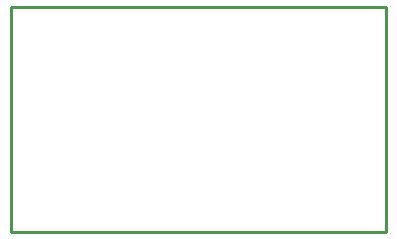
<source format=gbr>
G04 EAGLE Gerber RS-274X export*
G75*
%MOMM*%
%FSLAX34Y34*%
%LPD*%
%IN*%
%IPPOS*%
%AMOC8*
5,1,8,0,0,1.08239X$1,22.5*%
G01*
%ADD10C,0.254000*%


D10*
X0Y0D02*
X317500Y0D01*
X317500Y190500D01*
X0Y190500D01*
X0Y0D01*
M02*

</source>
